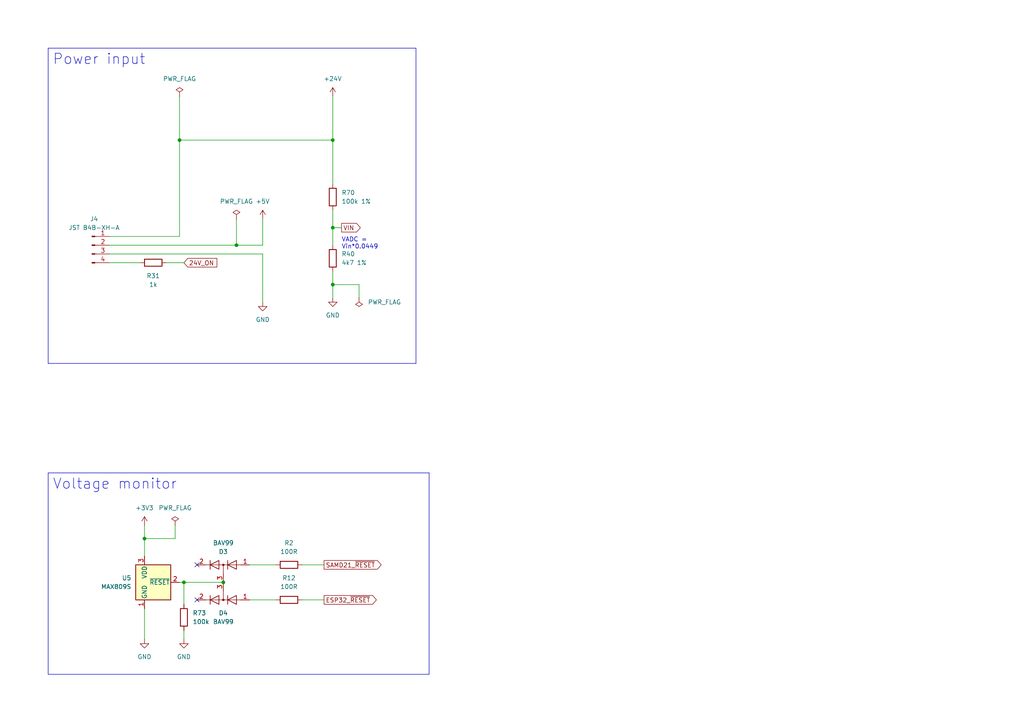
<source format=kicad_sch>
(kicad_sch (version 20230121) (generator eeschema)

  (uuid 851f3d61-ba3b-4e6e-abd4-cafa4d9b64cb)

  (paper "A4")

  (title_block
    (title "IoT12 Control Board")
    (date "2022-12-20")
    (rev "V2.2")
    (company "https://github.com/atoomnetmarc/IoT12")
  )

  (lib_symbols
    (symbol "Connector:Conn_01x04_Pin" (pin_names (offset 1.016) hide) (in_bom yes) (on_board yes)
      (property "Reference" "J" (at 0 5.08 0)
        (effects (font (size 1.27 1.27)))
      )
      (property "Value" "Conn_01x04_Pin" (at 0 -7.62 0)
        (effects (font (size 1.27 1.27)))
      )
      (property "Footprint" "" (at 0 0 0)
        (effects (font (size 1.27 1.27)) hide)
      )
      (property "Datasheet" "~" (at 0 0 0)
        (effects (font (size 1.27 1.27)) hide)
      )
      (property "ki_locked" "" (at 0 0 0)
        (effects (font (size 1.27 1.27)))
      )
      (property "ki_keywords" "connector" (at 0 0 0)
        (effects (font (size 1.27 1.27)) hide)
      )
      (property "ki_description" "Generic connector, single row, 01x04, script generated" (at 0 0 0)
        (effects (font (size 1.27 1.27)) hide)
      )
      (property "ki_fp_filters" "Connector*:*_1x??_*" (at 0 0 0)
        (effects (font (size 1.27 1.27)) hide)
      )
      (symbol "Conn_01x04_Pin_1_1"
        (polyline
          (pts
            (xy 1.27 -5.08)
            (xy 0.8636 -5.08)
          )
          (stroke (width 0.1524) (type default))
          (fill (type none))
        )
        (polyline
          (pts
            (xy 1.27 -2.54)
            (xy 0.8636 -2.54)
          )
          (stroke (width 0.1524) (type default))
          (fill (type none))
        )
        (polyline
          (pts
            (xy 1.27 0)
            (xy 0.8636 0)
          )
          (stroke (width 0.1524) (type default))
          (fill (type none))
        )
        (polyline
          (pts
            (xy 1.27 2.54)
            (xy 0.8636 2.54)
          )
          (stroke (width 0.1524) (type default))
          (fill (type none))
        )
        (rectangle (start 0.8636 -4.953) (end 0 -5.207)
          (stroke (width 0.1524) (type default))
          (fill (type outline))
        )
        (rectangle (start 0.8636 -2.413) (end 0 -2.667)
          (stroke (width 0.1524) (type default))
          (fill (type outline))
        )
        (rectangle (start 0.8636 0.127) (end 0 -0.127)
          (stroke (width 0.1524) (type default))
          (fill (type outline))
        )
        (rectangle (start 0.8636 2.667) (end 0 2.413)
          (stroke (width 0.1524) (type default))
          (fill (type outline))
        )
        (pin passive line (at 5.08 2.54 180) (length 3.81)
          (name "Pin_1" (effects (font (size 1.27 1.27))))
          (number "1" (effects (font (size 1.27 1.27))))
        )
        (pin passive line (at 5.08 0 180) (length 3.81)
          (name "Pin_2" (effects (font (size 1.27 1.27))))
          (number "2" (effects (font (size 1.27 1.27))))
        )
        (pin passive line (at 5.08 -2.54 180) (length 3.81)
          (name "Pin_3" (effects (font (size 1.27 1.27))))
          (number "3" (effects (font (size 1.27 1.27))))
        )
        (pin passive line (at 5.08 -5.08 180) (length 3.81)
          (name "Pin_4" (effects (font (size 1.27 1.27))))
          (number "4" (effects (font (size 1.27 1.27))))
        )
      )
    )
    (symbol "Device:R" (pin_numbers hide) (pin_names (offset 0)) (in_bom yes) (on_board yes)
      (property "Reference" "R" (at 2.032 0 90)
        (effects (font (size 1.27 1.27)))
      )
      (property "Value" "R" (at 0 0 90)
        (effects (font (size 1.27 1.27)))
      )
      (property "Footprint" "" (at -1.778 0 90)
        (effects (font (size 1.27 1.27)) hide)
      )
      (property "Datasheet" "~" (at 0 0 0)
        (effects (font (size 1.27 1.27)) hide)
      )
      (property "ki_keywords" "R res resistor" (at 0 0 0)
        (effects (font (size 1.27 1.27)) hide)
      )
      (property "ki_description" "Resistor" (at 0 0 0)
        (effects (font (size 1.27 1.27)) hide)
      )
      (property "ki_fp_filters" "R_*" (at 0 0 0)
        (effects (font (size 1.27 1.27)) hide)
      )
      (symbol "R_0_1"
        (rectangle (start -1.016 -2.54) (end 1.016 2.54)
          (stroke (width 0.254) (type default))
          (fill (type none))
        )
      )
      (symbol "R_1_1"
        (pin passive line (at 0 3.81 270) (length 1.27)
          (name "~" (effects (font (size 1.27 1.27))))
          (number "1" (effects (font (size 1.27 1.27))))
        )
        (pin passive line (at 0 -3.81 90) (length 1.27)
          (name "~" (effects (font (size 1.27 1.27))))
          (number "2" (effects (font (size 1.27 1.27))))
        )
      )
    )
    (symbol "Diode:BAV99" (pin_names hide) (in_bom yes) (on_board yes)
      (property "Reference" "D" (at 0 5.08 0)
        (effects (font (size 1.27 1.27)))
      )
      (property "Value" "BAV99" (at 0 2.54 0)
        (effects (font (size 1.27 1.27)))
      )
      (property "Footprint" "Package_TO_SOT_SMD:SOT-23" (at 0 -12.7 0)
        (effects (font (size 1.27 1.27)) hide)
      )
      (property "Datasheet" "https://assets.nexperia.com/documents/data-sheet/BAV99_SER.pdf" (at 0 0 0)
        (effects (font (size 1.27 1.27)) hide)
      )
      (property "ki_keywords" "diode" (at 0 0 0)
        (effects (font (size 1.27 1.27)) hide)
      )
      (property "ki_description" "BAV99 High-speed switching diodes, SOT-23" (at 0 0 0)
        (effects (font (size 1.27 1.27)) hide)
      )
      (property "ki_fp_filters" "SOT?23*" (at 0 0 0)
        (effects (font (size 1.27 1.27)) hide)
      )
      (symbol "BAV99_0_1"
        (polyline
          (pts
            (xy -5.08 0)
            (xy 5.08 0)
          )
          (stroke (width 0) (type default))
          (fill (type none))
        )
      )
      (symbol "BAV99_1_1"
        (polyline
          (pts
            (xy 0 0)
            (xy 0 -2.54)
          )
          (stroke (width 0) (type default))
          (fill (type none))
        )
        (polyline
          (pts
            (xy -1.27 -1.27)
            (xy -1.27 1.27)
            (xy -1.27 1.27)
          )
          (stroke (width 0.2032) (type default))
          (fill (type none))
        )
        (polyline
          (pts
            (xy 3.81 1.27)
            (xy 3.81 -1.27)
            (xy 3.81 -1.27)
          )
          (stroke (width 0.2032) (type default))
          (fill (type none))
        )
        (polyline
          (pts
            (xy -3.81 1.27)
            (xy -1.27 0)
            (xy -3.81 -1.27)
            (xy -3.81 1.27)
            (xy -3.81 1.27)
            (xy -3.81 1.27)
          )
          (stroke (width 0.2032) (type default))
          (fill (type none))
        )
        (polyline
          (pts
            (xy 1.27 1.27)
            (xy 3.81 0)
            (xy 1.27 -1.27)
            (xy 1.27 1.27)
            (xy 1.27 1.27)
            (xy 1.27 1.27)
          )
          (stroke (width 0.2032) (type default))
          (fill (type none))
        )
        (circle (center 0 0) (radius 0.254)
          (stroke (width 0) (type default))
          (fill (type outline))
        )
        (pin passive line (at -7.62 0 0) (length 2.54)
          (name "K" (effects (font (size 1.27 1.27))))
          (number "1" (effects (font (size 1.27 1.27))))
        )
        (pin passive line (at 7.62 0 180) (length 2.54)
          (name "A" (effects (font (size 1.27 1.27))))
          (number "2" (effects (font (size 1.27 1.27))))
        )
        (pin passive line (at 0 -5.08 90) (length 2.54)
          (name "K" (effects (font (size 1.27 1.27))))
          (number "3" (effects (font (size 1.27 1.27))))
        )
      )
    )
    (symbol "Power_Supervisor:TPS3839DBZ" (pin_names (offset 0.254)) (in_bom yes) (on_board yes)
      (property "Reference" "U" (at 2.54 8.89 0)
        (effects (font (size 1.27 1.27)) (justify left))
      )
      (property "Value" "TPS3839DBZ" (at 2.54 6.35 0)
        (effects (font (size 1.27 1.27)) (justify left))
      )
      (property "Footprint" "Package_TO_SOT_SMD:SOT-23" (at 0 0 0)
        (effects (font (size 1.27 1.27)) hide)
      )
      (property "Datasheet" "http://www.ti.com/lit/ds/sbvs193d/sbvs193d.pdf" (at 0 0 0)
        (effects (font (size 1.27 1.27)) hide)
      )
      (property "ki_keywords" "supply voltage supervisor" (at 0 0 0)
        (effects (font (size 1.27 1.27)) hide)
      )
      (property "ki_description" "150-nA, Ultralow Power, Supply Voltage Monitor, SOT-23" (at 0 0 0)
        (effects (font (size 1.27 1.27)) hide)
      )
      (property "ki_fp_filters" "SOT?23*" (at 0 0 0)
        (effects (font (size 1.27 1.27)) hide)
      )
      (symbol "TPS3839DBZ_0_1"
        (rectangle (start -2.54 5.08) (end 7.62 -5.08)
          (stroke (width 0.254) (type default))
          (fill (type background))
        )
      )
      (symbol "TPS3839DBZ_1_1"
        (pin power_in line (at 0 -7.62 90) (length 2.54)
          (name "GND" (effects (font (size 1.27 1.27))))
          (number "1" (effects (font (size 1.27 1.27))))
        )
        (pin output line (at 10.16 0 180) (length 2.54)
          (name "~{RESET}" (effects (font (size 1.27 1.27))))
          (number "2" (effects (font (size 1.27 1.27))))
        )
        (pin power_in line (at 0 7.62 270) (length 2.54)
          (name "VDD" (effects (font (size 1.27 1.27))))
          (number "3" (effects (font (size 1.27 1.27))))
        )
      )
    )
    (symbol "power:+24V" (power) (pin_names (offset 0)) (in_bom yes) (on_board yes)
      (property "Reference" "#PWR" (at 0 -3.81 0)
        (effects (font (size 1.27 1.27)) hide)
      )
      (property "Value" "+24V" (at 0 3.556 0)
        (effects (font (size 1.27 1.27)))
      )
      (property "Footprint" "" (at 0 0 0)
        (effects (font (size 1.27 1.27)) hide)
      )
      (property "Datasheet" "" (at 0 0 0)
        (effects (font (size 1.27 1.27)) hide)
      )
      (property "ki_keywords" "global power" (at 0 0 0)
        (effects (font (size 1.27 1.27)) hide)
      )
      (property "ki_description" "Power symbol creates a global label with name \"+24V\"" (at 0 0 0)
        (effects (font (size 1.27 1.27)) hide)
      )
      (symbol "+24V_0_1"
        (polyline
          (pts
            (xy -0.762 1.27)
            (xy 0 2.54)
          )
          (stroke (width 0) (type default))
          (fill (type none))
        )
        (polyline
          (pts
            (xy 0 0)
            (xy 0 2.54)
          )
          (stroke (width 0) (type default))
          (fill (type none))
        )
        (polyline
          (pts
            (xy 0 2.54)
            (xy 0.762 1.27)
          )
          (stroke (width 0) (type default))
          (fill (type none))
        )
      )
      (symbol "+24V_1_1"
        (pin power_in line (at 0 0 90) (length 0) hide
          (name "+24V" (effects (font (size 1.27 1.27))))
          (number "1" (effects (font (size 1.27 1.27))))
        )
      )
    )
    (symbol "power:+3V3" (power) (pin_names (offset 0)) (in_bom yes) (on_board yes)
      (property "Reference" "#PWR" (at 0 -3.81 0)
        (effects (font (size 1.27 1.27)) hide)
      )
      (property "Value" "+3V3" (at 0 3.556 0)
        (effects (font (size 1.27 1.27)))
      )
      (property "Footprint" "" (at 0 0 0)
        (effects (font (size 1.27 1.27)) hide)
      )
      (property "Datasheet" "" (at 0 0 0)
        (effects (font (size 1.27 1.27)) hide)
      )
      (property "ki_keywords" "global power" (at 0 0 0)
        (effects (font (size 1.27 1.27)) hide)
      )
      (property "ki_description" "Power symbol creates a global label with name \"+3V3\"" (at 0 0 0)
        (effects (font (size 1.27 1.27)) hide)
      )
      (symbol "+3V3_0_1"
        (polyline
          (pts
            (xy -0.762 1.27)
            (xy 0 2.54)
          )
          (stroke (width 0) (type default))
          (fill (type none))
        )
        (polyline
          (pts
            (xy 0 0)
            (xy 0 2.54)
          )
          (stroke (width 0) (type default))
          (fill (type none))
        )
        (polyline
          (pts
            (xy 0 2.54)
            (xy 0.762 1.27)
          )
          (stroke (width 0) (type default))
          (fill (type none))
        )
      )
      (symbol "+3V3_1_1"
        (pin power_in line (at 0 0 90) (length 0) hide
          (name "+3V3" (effects (font (size 1.27 1.27))))
          (number "1" (effects (font (size 1.27 1.27))))
        )
      )
    )
    (symbol "power:+5V" (power) (pin_names (offset 0)) (in_bom yes) (on_board yes)
      (property "Reference" "#PWR" (at 0 -3.81 0)
        (effects (font (size 1.27 1.27)) hide)
      )
      (property "Value" "+5V" (at 0 3.556 0)
        (effects (font (size 1.27 1.27)))
      )
      (property "Footprint" "" (at 0 0 0)
        (effects (font (size 1.27 1.27)) hide)
      )
      (property "Datasheet" "" (at 0 0 0)
        (effects (font (size 1.27 1.27)) hide)
      )
      (property "ki_keywords" "global power" (at 0 0 0)
        (effects (font (size 1.27 1.27)) hide)
      )
      (property "ki_description" "Power symbol creates a global label with name \"+5V\"" (at 0 0 0)
        (effects (font (size 1.27 1.27)) hide)
      )
      (symbol "+5V_0_1"
        (polyline
          (pts
            (xy -0.762 1.27)
            (xy 0 2.54)
          )
          (stroke (width 0) (type default))
          (fill (type none))
        )
        (polyline
          (pts
            (xy 0 0)
            (xy 0 2.54)
          )
          (stroke (width 0) (type default))
          (fill (type none))
        )
        (polyline
          (pts
            (xy 0 2.54)
            (xy 0.762 1.27)
          )
          (stroke (width 0) (type default))
          (fill (type none))
        )
      )
      (symbol "+5V_1_1"
        (pin power_in line (at 0 0 90) (length 0) hide
          (name "+5V" (effects (font (size 1.27 1.27))))
          (number "1" (effects (font (size 1.27 1.27))))
        )
      )
    )
    (symbol "power:GND" (power) (pin_names (offset 0)) (in_bom yes) (on_board yes)
      (property "Reference" "#PWR" (at 0 -6.35 0)
        (effects (font (size 1.27 1.27)) hide)
      )
      (property "Value" "GND" (at 0 -3.81 0)
        (effects (font (size 1.27 1.27)))
      )
      (property "Footprint" "" (at 0 0 0)
        (effects (font (size 1.27 1.27)) hide)
      )
      (property "Datasheet" "" (at 0 0 0)
        (effects (font (size 1.27 1.27)) hide)
      )
      (property "ki_keywords" "global power" (at 0 0 0)
        (effects (font (size 1.27 1.27)) hide)
      )
      (property "ki_description" "Power symbol creates a global label with name \"GND\" , ground" (at 0 0 0)
        (effects (font (size 1.27 1.27)) hide)
      )
      (symbol "GND_0_1"
        (polyline
          (pts
            (xy 0 0)
            (xy 0 -1.27)
            (xy 1.27 -1.27)
            (xy 0 -2.54)
            (xy -1.27 -1.27)
            (xy 0 -1.27)
          )
          (stroke (width 0) (type default))
          (fill (type none))
        )
      )
      (symbol "GND_1_1"
        (pin power_in line (at 0 0 270) (length 0) hide
          (name "GND" (effects (font (size 1.27 1.27))))
          (number "1" (effects (font (size 1.27 1.27))))
        )
      )
    )
    (symbol "power:PWR_FLAG" (power) (pin_numbers hide) (pin_names (offset 0) hide) (in_bom yes) (on_board yes)
      (property "Reference" "#FLG" (at 0 1.905 0)
        (effects (font (size 1.27 1.27)) hide)
      )
      (property "Value" "PWR_FLAG" (at 0 3.81 0)
        (effects (font (size 1.27 1.27)))
      )
      (property "Footprint" "" (at 0 0 0)
        (effects (font (size 1.27 1.27)) hide)
      )
      (property "Datasheet" "~" (at 0 0 0)
        (effects (font (size 1.27 1.27)) hide)
      )
      (property "ki_keywords" "flag power" (at 0 0 0)
        (effects (font (size 1.27 1.27)) hide)
      )
      (property "ki_description" "Special symbol for telling ERC where power comes from" (at 0 0 0)
        (effects (font (size 1.27 1.27)) hide)
      )
      (symbol "PWR_FLAG_0_0"
        (pin power_out line (at 0 0 90) (length 0)
          (name "pwr" (effects (font (size 1.27 1.27))))
          (number "1" (effects (font (size 1.27 1.27))))
        )
      )
      (symbol "PWR_FLAG_0_1"
        (polyline
          (pts
            (xy 0 0)
            (xy 0 1.27)
            (xy -1.016 1.905)
            (xy 0 2.54)
            (xy 1.016 1.905)
            (xy 0 1.27)
          )
          (stroke (width 0) (type default))
          (fill (type none))
        )
      )
    )
  )

  (junction (at 96.52 40.64) (diameter 0) (color 0 0 0 0)
    (uuid 0efa186a-18c4-490d-b220-21e09fb86ddb)
  )
  (junction (at 96.52 66.04) (diameter 0) (color 0 0 0 0)
    (uuid 2a1f369e-a9c4-42de-b367-991890810946)
  )
  (junction (at 68.58 71.12) (diameter 0) (color 0 0 0 0)
    (uuid 70f891b4-40d1-4b00-824b-8e6974f027dc)
  )
  (junction (at 41.91 156.21) (diameter 0) (color 0 0 0 0)
    (uuid 80c7fdaf-c9dc-486b-9d48-b9c1d350ba2b)
  )
  (junction (at 96.52 82.55) (diameter 0) (color 0 0 0 0)
    (uuid 8d8843c0-37d1-439c-b639-eb6353f649b9)
  )
  (junction (at 64.77 168.91) (diameter 0) (color 0 0 0 0)
    (uuid 8e4689d8-92d0-4412-bd9b-ffd45b42131f)
  )
  (junction (at 53.34 168.91) (diameter 0) (color 0 0 0 0)
    (uuid 9640e044-e4b2-4c33-9e1c-1d9894a69337)
  )
  (junction (at 52.07 40.64) (diameter 0) (color 0 0 0 0)
    (uuid e94eb3a9-2c30-43a1-a97a-d387d0cb8fac)
  )

  (no_connect (at 57.15 163.83) (uuid 05f07a72-23d4-4d37-9c6f-6719eaadc895))
  (no_connect (at 57.15 173.99) (uuid 44b926bf-8bdd-4191-846d-2dfabab2cecb))

  (wire (pts (xy 48.26 76.2) (xy 53.34 76.2))
    (stroke (width 0) (type default))
    (uuid 03b0f40d-f462-4a54-9a86-cd06e2cf1151)
  )
  (wire (pts (xy 52.07 40.64) (xy 52.07 68.58))
    (stroke (width 0) (type default))
    (uuid 0a3ee96a-ebd8-4bd2-afcf-4ac9efad940b)
  )
  (wire (pts (xy 72.39 163.83) (xy 80.01 163.83))
    (stroke (width 0) (type default))
    (uuid 1369e8e3-1ab4-4a17-9162-75232c604992)
  )
  (wire (pts (xy 96.52 66.04) (xy 96.52 71.12))
    (stroke (width 0) (type default))
    (uuid 1dddae7b-714b-4ae3-8646-23717d4b03eb)
  )
  (wire (pts (xy 31.75 76.2) (xy 40.64 76.2))
    (stroke (width 0) (type default))
    (uuid 2317298f-aafa-4051-b623-88c24ae1ad33)
  )
  (wire (pts (xy 104.14 82.55) (xy 96.52 82.55))
    (stroke (width 0) (type default))
    (uuid 30609624-6510-44b0-9f7e-096ff26c6986)
  )
  (wire (pts (xy 53.34 168.91) (xy 52.07 168.91))
    (stroke (width 0) (type default))
    (uuid 3335d379-08d8-4469-9fa1-495ed5a43fba)
  )
  (wire (pts (xy 76.2 73.66) (xy 76.2 87.63))
    (stroke (width 0) (type default))
    (uuid 39b8f9cb-d0da-4bd9-a7c5-c162e3fc4aa3)
  )
  (wire (pts (xy 96.52 78.74) (xy 96.52 82.55))
    (stroke (width 0) (type default))
    (uuid 426ba285-bec8-476a-bd68-9720b94f0258)
  )
  (polyline (pts (xy 124.46 195.58) (xy 124.46 137.16))
    (stroke (width 0) (type default))
    (uuid 49488c82-6277-4d05-a051-6a9df142c373)
  )

  (wire (pts (xy 96.52 66.04) (xy 99.06 66.04))
    (stroke (width 0) (type default))
    (uuid 4f347f1c-8f35-4dcc-9dff-8043f77a2bab)
  )
  (wire (pts (xy 41.91 176.53) (xy 41.91 185.42))
    (stroke (width 0) (type default))
    (uuid 58126faf-01a4-4f91-8e8c-ca9e47b48048)
  )
  (wire (pts (xy 31.75 73.66) (xy 76.2 73.66))
    (stroke (width 0) (type default))
    (uuid 5a3311cc-fb71-40b0-a0eb-3b6486291cef)
  )
  (wire (pts (xy 87.63 173.99) (xy 93.98 173.99))
    (stroke (width 0) (type default))
    (uuid 5eb16f0d-ef1e-4549-97a1-19cd06ad7236)
  )
  (wire (pts (xy 52.07 27.94) (xy 52.07 40.64))
    (stroke (width 0) (type default))
    (uuid 6120ca46-f71a-4890-a251-9680effe6709)
  )
  (wire (pts (xy 96.52 53.34) (xy 96.52 40.64))
    (stroke (width 0) (type default))
    (uuid 64f0477e-f93c-4509-91d0-032f56510d61)
  )
  (polyline (pts (xy 120.65 13.97) (xy 120.65 105.41))
    (stroke (width 0) (type default))
    (uuid 6cde5e61-1b91-4761-a618-0e03a6e61cf9)
  )

  (wire (pts (xy 68.58 63.5) (xy 68.58 71.12))
    (stroke (width 0) (type default))
    (uuid 7afaf672-b300-470a-906c-9e26c31076ca)
  )
  (polyline (pts (xy 13.97 13.97) (xy 120.65 13.97))
    (stroke (width 0) (type default))
    (uuid 8fe79a53-bc25-409b-953d-86203d7801ef)
  )

  (wire (pts (xy 41.91 152.4) (xy 41.91 156.21))
    (stroke (width 0) (type default))
    (uuid 97cfe585-6c05-46cf-b1c5-e19f33bf0e00)
  )
  (wire (pts (xy 41.91 156.21) (xy 41.91 161.29))
    (stroke (width 0) (type default))
    (uuid 98365b59-16bf-479c-9b02-d3bfada32ca5)
  )
  (polyline (pts (xy 13.97 137.16) (xy 13.97 195.58))
    (stroke (width 0) (type default))
    (uuid 9cacb6ad-6bbf-4ffe-b0a4-2df24045e046)
  )

  (wire (pts (xy 64.77 168.91) (xy 53.34 168.91))
    (stroke (width 0) (type default))
    (uuid 9e136ac4-5d28-4814-9ebf-c30c372bc2ec)
  )
  (wire (pts (xy 52.07 68.58) (xy 31.75 68.58))
    (stroke (width 0) (type default))
    (uuid aa5d8d42-b72f-4c65-9a6f-3e58b57ae109)
  )
  (wire (pts (xy 31.75 71.12) (xy 68.58 71.12))
    (stroke (width 0) (type default))
    (uuid ab875428-0770-4b16-a74e-96eee0cbc9d6)
  )
  (wire (pts (xy 96.52 40.64) (xy 96.52 27.94))
    (stroke (width 0) (type default))
    (uuid af28cd44-a9fe-4e76-aec0-3e06cdfd1d40)
  )
  (wire (pts (xy 87.63 163.83) (xy 93.98 163.83))
    (stroke (width 0) (type default))
    (uuid b1d2f53e-f685-4c9f-9e8c-ff06211f9819)
  )
  (polyline (pts (xy 13.97 195.58) (xy 124.46 195.58))
    (stroke (width 0) (type default))
    (uuid be5a7017-fe9d-43ea-9a6a-8fe8deb78420)
  )
  (polyline (pts (xy 124.46 137.16) (xy 13.97 137.16))
    (stroke (width 0) (type default))
    (uuid c20aea50-e9e4-4978-b938-d613d445aab7)
  )

  (wire (pts (xy 72.39 173.99) (xy 80.01 173.99))
    (stroke (width 0) (type default))
    (uuid c3a69550-c4fa-45d1-9aba-0bba47699cca)
  )
  (wire (pts (xy 52.07 40.64) (xy 96.52 40.64))
    (stroke (width 0) (type default))
    (uuid c4bd18a7-ae1a-4b42-843c-6c7352968c5e)
  )
  (wire (pts (xy 68.58 71.12) (xy 76.2 71.12))
    (stroke (width 0) (type default))
    (uuid d513e4f1-59f0-435c-b58a-35c60f5896fb)
  )
  (wire (pts (xy 96.52 82.55) (xy 96.52 86.36))
    (stroke (width 0) (type default))
    (uuid d86e8e86-20ca-4885-bfdb-9f48608180a1)
  )
  (wire (pts (xy 53.34 182.88) (xy 53.34 185.42))
    (stroke (width 0) (type default))
    (uuid e0b0947e-ec91-4d8a-8663-5a112b0a8541)
  )
  (wire (pts (xy 76.2 71.12) (xy 76.2 63.5))
    (stroke (width 0) (type default))
    (uuid e12faddc-3098-43be-97c1-7e93fef59389)
  )
  (wire (pts (xy 104.14 86.36) (xy 104.14 82.55))
    (stroke (width 0) (type default))
    (uuid e9fced6c-d7b0-4b73-8889-2c6dfa14b4e8)
  )
  (wire (pts (xy 96.52 60.96) (xy 96.52 66.04))
    (stroke (width 0) (type default))
    (uuid eaecd55c-6ecc-44a8-b4b2-2e02745a32a5)
  )
  (wire (pts (xy 50.8 156.21) (xy 41.91 156.21))
    (stroke (width 0) (type default))
    (uuid eb32eb1a-f72a-4120-84f5-f20313f666c1)
  )
  (polyline (pts (xy 120.65 105.41) (xy 13.97 105.41))
    (stroke (width 0) (type default))
    (uuid f26ced0d-27ca-4e56-9ef2-a0889337fe3f)
  )

  (wire (pts (xy 50.8 152.4) (xy 50.8 156.21))
    (stroke (width 0) (type default))
    (uuid fac9f93c-ff99-4729-bfcf-724c1fd25c80)
  )
  (polyline (pts (xy 13.97 13.97) (xy 13.97 105.41))
    (stroke (width 0) (type default))
    (uuid fc685eae-0b72-443b-87f1-7cc3d944ee81)
  )

  (wire (pts (xy 53.34 175.26) (xy 53.34 168.91))
    (stroke (width 0) (type default))
    (uuid fd29cce5-2d5d-4676-956a-df49a3c13d23)
  )

  (text "Power input" (at 15.24 19.05 0)
    (effects (font (size 2.9972 2.9972)) (justify left bottom))
    (uuid 22ad7648-ffc6-4b99-b65d-ae2ca3bb8229)
  )
  (text "VADC = \nVin*0.0449" (at 99.06 72.39 0)
    (effects (font (size 1.27 1.27)) (justify left bottom))
    (uuid 2e836a36-9297-4de8-800a-68f8c0cd3d32)
  )
  (text "Voltage monitor" (at 15.24 142.24 0)
    (effects (font (size 2.9972 2.9972)) (justify left bottom))
    (uuid e0d7c1d9-102e-4758-a8b7-ff248f1ce315)
  )

  (global_label "24V_ON" (shape input) (at 53.34 76.2 0) (fields_autoplaced)
    (effects (font (size 1.27 1.27)) (justify left))
    (uuid 0ff7c2d7-7d99-458b-b764-9e8a2bce1c61)
    (property "Intersheetrefs" "${INTERSHEET_REFS}" (at 62.8004 76.2794 0)
      (effects (font (size 1.27 1.27)) (justify left) hide)
    )
  )
  (global_label "VIN" (shape output) (at 99.06 66.04 0) (fields_autoplaced)
    (effects (font (size 1.27 1.27)) (justify left))
    (uuid 513b736c-a08d-4e29-b746-3a08237ef273)
    (property "Intersheetrefs" "${INTERSHEET_REFS}" (at 104.408 65.9606 0)
      (effects (font (size 1.27 1.27)) (justify left) hide)
    )
  )
  (global_label "SAMD21_~{RESET}" (shape output) (at 93.98 163.83 0) (fields_autoplaced)
    (effects (font (size 1.27 1.27)) (justify left))
    (uuid 6171f846-6127-4acf-a61a-559c523a1ba1)
    (property "Intersheetrefs" "${INTERSHEET_REFS}" (at 110.4556 163.7506 0)
      (effects (font (size 1.27 1.27)) (justify left) hide)
    )
  )
  (global_label "ESP32_~{RESET}" (shape output) (at 93.98 173.99 0) (fields_autoplaced)
    (effects (font (size 1.27 1.27)) (justify left))
    (uuid b7b00984-6ab1-482e-b4b4-67cac44d44da)
    (property "Intersheetrefs" "${INTERSHEET_REFS}" (at 0 40.64 0)
      (effects (font (size 1.27 1.27)) hide)
    )
  )

  (symbol (lib_id "Power_Supervisor:TPS3839DBZ") (at 41.91 168.91 0) (unit 1)
    (in_bom yes) (on_board yes) (dnp no) (fields_autoplaced)
    (uuid 00000000-0000-0000-0000-0000604fcb6b)
    (property "Reference" "U5" (at 38.1 167.6399 0)
      (effects (font (size 1.27 1.27)) (justify right))
    )
    (property "Value" "MAX809S" (at 38.1 170.1799 0)
      (effects (font (size 1.27 1.27)) (justify right))
    )
    (property "Footprint" "Package_TO_SOT_SMD:SOT-23" (at 41.91 168.91 0)
      (effects (font (size 1.27 1.27)) hide)
    )
    (property "Datasheet" "http://www.ti.com/lit/ds/sbvs193d/sbvs193d.pdf" (at 41.91 168.91 0)
      (effects (font (size 1.27 1.27)) hide)
    )
    (pin "1" (uuid 302f6f94-7bf5-4a0a-a061-cffbe65f1027))
    (pin "2" (uuid c7fbc4fe-8e8e-4dd8-a987-4ac5de7f158c))
    (pin "3" (uuid 497593ab-5a2a-4fc0-8b5c-8f517fde3dc0))
    (instances
      (project "IoT12 Control Board"
        (path "/2454fd1b-3484-4838-8b7e-d26357238fe1/00000000-0000-0000-0000-0000604268ee"
          (reference "U5") (unit 1)
        )
      )
    )
  )

  (symbol (lib_id "Diode:BAV99") (at 64.77 173.99 180) (unit 1)
    (in_bom yes) (on_board yes) (dnp no) (fields_autoplaced)
    (uuid 00000000-0000-0000-0000-0000604fd0fa)
    (property "Reference" "D4" (at 64.77 177.8 0)
      (effects (font (size 1.27 1.27)))
    )
    (property "Value" "BAV99" (at 64.77 180.34 0)
      (effects (font (size 1.27 1.27)))
    )
    (property "Footprint" "Package_TO_SOT_SMD:SOT-23" (at 64.77 161.29 0)
      (effects (font (size 1.27 1.27)) hide)
    )
    (property "Datasheet" "https://assets.nexperia.com/documents/data-sheet/BAV99_SER.pdf" (at 64.77 173.99 0)
      (effects (font (size 1.27 1.27)) hide)
    )
    (pin "1" (uuid 9527c031-1b4e-4a4a-a281-8936aa9d3984))
    (pin "2" (uuid 89476a74-c98e-48d0-a876-a931b83ff565))
    (pin "3" (uuid 583b9cb8-cce7-45b2-8ead-32bc31205739))
    (instances
      (project "IoT12 Control Board"
        (path "/2454fd1b-3484-4838-8b7e-d26357238fe1/00000000-0000-0000-0000-0000604268ee"
          (reference "D4") (unit 1)
        )
      )
    )
  )

  (symbol (lib_id "power:GND") (at 41.91 185.42 0) (unit 1)
    (in_bom yes) (on_board yes) (dnp no) (fields_autoplaced)
    (uuid 00000000-0000-0000-0000-000060501446)
    (property "Reference" "#PWR0136" (at 41.91 191.77 0)
      (effects (font (size 1.27 1.27)) hide)
    )
    (property "Value" "GND" (at 41.91 190.5 0)
      (effects (font (size 1.27 1.27)))
    )
    (property "Footprint" "" (at 41.91 185.42 0)
      (effects (font (size 1.27 1.27)) hide)
    )
    (property "Datasheet" "" (at 41.91 185.42 0)
      (effects (font (size 1.27 1.27)) hide)
    )
    (pin "1" (uuid 03ea970f-9dff-4d19-943d-4f48fc8e1a0c))
    (instances
      (project "IoT12 Control Board"
        (path "/2454fd1b-3484-4838-8b7e-d26357238fe1/00000000-0000-0000-0000-0000604268ee"
          (reference "#PWR0136") (unit 1)
        )
      )
    )
  )

  (symbol (lib_id "power:+3V3") (at 41.91 152.4 0) (unit 1)
    (in_bom yes) (on_board yes) (dnp no) (fields_autoplaced)
    (uuid 00000000-0000-0000-0000-000060501a96)
    (property "Reference" "#PWR0179" (at 41.91 156.21 0)
      (effects (font (size 1.27 1.27)) hide)
    )
    (property "Value" "+3V3" (at 41.91 147.32 0)
      (effects (font (size 1.27 1.27)))
    )
    (property "Footprint" "" (at 41.91 152.4 0)
      (effects (font (size 1.27 1.27)) hide)
    )
    (property "Datasheet" "" (at 41.91 152.4 0)
      (effects (font (size 1.27 1.27)) hide)
    )
    (pin "1" (uuid 98a5bea2-efd1-4444-a7f9-415e83ecff89))
    (instances
      (project "IoT12 Control Board"
        (path "/2454fd1b-3484-4838-8b7e-d26357238fe1/00000000-0000-0000-0000-0000604268ee"
          (reference "#PWR0179") (unit 1)
        )
      )
    )
  )

  (symbol (lib_id "Device:R") (at 83.82 173.99 90) (unit 1)
    (in_bom yes) (on_board yes) (dnp no) (fields_autoplaced)
    (uuid 00000000-0000-0000-0000-000060506a5d)
    (property "Reference" "R12" (at 83.82 167.64 90)
      (effects (font (size 1.27 1.27)))
    )
    (property "Value" "100R" (at 83.82 170.18 90)
      (effects (font (size 1.27 1.27)))
    )
    (property "Footprint" "Resistor_SMD:R_0805_2012Metric_Pad1.20x1.40mm_HandSolder" (at 83.82 175.768 90)
      (effects (font (size 1.27 1.27)) hide)
    )
    (property "Datasheet" "~" (at 83.82 173.99 0)
      (effects (font (size 1.27 1.27)) hide)
    )
    (pin "1" (uuid e8135017-3081-4970-b7e3-5fa3aa32cf6c))
    (pin "2" (uuid ec72fd9f-79bb-4182-9ff6-dd03487af385))
    (instances
      (project "IoT12 Control Board"
        (path "/2454fd1b-3484-4838-8b7e-d26357238fe1/00000000-0000-0000-0000-0000604268ee"
          (reference "R12") (unit 1)
        )
      )
    )
  )

  (symbol (lib_id "Device:R") (at 53.34 179.07 0) (unit 1)
    (in_bom yes) (on_board yes) (dnp no) (fields_autoplaced)
    (uuid 00000000-0000-0000-0000-00006071d566)
    (property "Reference" "R73" (at 55.88 177.7999 0)
      (effects (font (size 1.27 1.27)) (justify left))
    )
    (property "Value" "100k" (at 55.88 180.3399 0)
      (effects (font (size 1.27 1.27)) (justify left))
    )
    (property "Footprint" "Resistor_SMD:R_0805_2012Metric_Pad1.20x1.40mm_HandSolder" (at 51.562 179.07 90)
      (effects (font (size 1.27 1.27)) hide)
    )
    (property "Datasheet" "~" (at 53.34 179.07 0)
      (effects (font (size 1.27 1.27)) hide)
    )
    (pin "1" (uuid 0c326a0e-1baf-4ba7-9fc1-2a71c6b3e5cf))
    (pin "2" (uuid 38dfcd20-470d-4ce3-b89e-db851e285e08))
    (instances
      (project "IoT12 Control Board"
        (path "/2454fd1b-3484-4838-8b7e-d26357238fe1/00000000-0000-0000-0000-0000604268ee"
          (reference "R73") (unit 1)
        )
      )
    )
  )

  (symbol (lib_id "power:GND") (at 53.34 185.42 0) (unit 1)
    (in_bom yes) (on_board yes) (dnp no) (fields_autoplaced)
    (uuid 00000000-0000-0000-0000-00006071e102)
    (property "Reference" "#PWR0180" (at 53.34 191.77 0)
      (effects (font (size 1.27 1.27)) hide)
    )
    (property "Value" "GND" (at 53.34 190.5 0)
      (effects (font (size 1.27 1.27)))
    )
    (property "Footprint" "" (at 53.34 185.42 0)
      (effects (font (size 1.27 1.27)) hide)
    )
    (property "Datasheet" "" (at 53.34 185.42 0)
      (effects (font (size 1.27 1.27)) hide)
    )
    (pin "1" (uuid 039b42e4-fdee-4354-8e28-83dd46437176))
    (instances
      (project "IoT12 Control Board"
        (path "/2454fd1b-3484-4838-8b7e-d26357238fe1/00000000-0000-0000-0000-0000604268ee"
          (reference "#PWR0180") (unit 1)
        )
      )
    )
  )

  (symbol (lib_id "Device:R") (at 44.45 76.2 270) (unit 1)
    (in_bom yes) (on_board yes) (dnp no) (fields_autoplaced)
    (uuid 1bb5fe3c-0fb2-469a-9cfd-2a8367ddefc3)
    (property "Reference" "R31" (at 44.45 80.01 90)
      (effects (font (size 1.27 1.27)))
    )
    (property "Value" "1k" (at 44.45 82.55 90)
      (effects (font (size 1.27 1.27)))
    )
    (property "Footprint" "Resistor_SMD:R_0805_2012Metric_Pad1.20x1.40mm_HandSolder" (at 44.45 74.422 90)
      (effects (font (size 1.27 1.27)) hide)
    )
    (property "Datasheet" "~" (at 44.45 76.2 0)
      (effects (font (size 1.27 1.27)) hide)
    )
    (pin "1" (uuid 8ae33e96-980a-4440-8b1f-7595d6d734e7))
    (pin "2" (uuid 5f888482-28e1-427b-8b31-bc4e6c3aaa74))
    (instances
      (project "IoT12 Control Board"
        (path "/2454fd1b-3484-4838-8b7e-d26357238fe1/00000000-0000-0000-0000-0000604268ee"
          (reference "R31") (unit 1)
        )
      )
    )
  )

  (symbol (lib_id "power:GND") (at 96.52 86.36 0) (unit 1)
    (in_bom yes) (on_board yes) (dnp no) (fields_autoplaced)
    (uuid 2bc5a0f3-c370-4f02-9b39-6f097d1abd9d)
    (property "Reference" "#PWR0118" (at 96.52 92.71 0)
      (effects (font (size 1.27 1.27)) hide)
    )
    (property "Value" "GND" (at 96.52 91.44 0)
      (effects (font (size 1.27 1.27)))
    )
    (property "Footprint" "" (at 96.52 86.36 0)
      (effects (font (size 1.27 1.27)) hide)
    )
    (property "Datasheet" "" (at 96.52 86.36 0)
      (effects (font (size 1.27 1.27)) hide)
    )
    (pin "1" (uuid 2215eb4c-2682-437c-af9c-35444f866411))
    (instances
      (project "IoT12 Control Board"
        (path "/2454fd1b-3484-4838-8b7e-d26357238fe1/00000000-0000-0000-0000-0000604268ee"
          (reference "#PWR0118") (unit 1)
        )
      )
    )
  )

  (symbol (lib_id "Device:R") (at 96.52 74.93 180) (unit 1)
    (in_bom yes) (on_board yes) (dnp no) (fields_autoplaced)
    (uuid 33b82e2d-178b-4ab0-9971-3769cf850427)
    (property "Reference" "R40" (at 99.06 73.6599 0)
      (effects (font (size 1.27 1.27)) (justify right))
    )
    (property "Value" "4k7 1%" (at 99.06 76.1999 0)
      (effects (font (size 1.27 1.27)) (justify right))
    )
    (property "Footprint" "Resistor_SMD:R_0805_2012Metric_Pad1.20x1.40mm_HandSolder" (at 98.298 74.93 90)
      (effects (font (size 1.27 1.27)) hide)
    )
    (property "Datasheet" "~" (at 96.52 74.93 0)
      (effects (font (size 1.27 1.27)) hide)
    )
    (pin "1" (uuid 954617dd-9dd4-4dd2-aeb8-5018879fce75))
    (pin "2" (uuid be5a520b-434e-4a7f-9a7b-1f5c7c286ae3))
    (instances
      (project "IoT12 Control Board"
        (path "/2454fd1b-3484-4838-8b7e-d26357238fe1/00000000-0000-0000-0000-0000604268ee"
          (reference "R40") (unit 1)
        )
      )
    )
  )

  (symbol (lib_id "Device:R") (at 96.52 57.15 180) (unit 1)
    (in_bom yes) (on_board yes) (dnp no) (fields_autoplaced)
    (uuid 4231a31f-d47b-4336-93e4-76519b0f0fba)
    (property "Reference" "R70" (at 99.06 55.8799 0)
      (effects (font (size 1.27 1.27)) (justify right))
    )
    (property "Value" "100k 1%" (at 99.06 58.4199 0)
      (effects (font (size 1.27 1.27)) (justify right))
    )
    (property "Footprint" "Resistor_SMD:R_0805_2012Metric_Pad1.20x1.40mm_HandSolder" (at 98.298 57.15 90)
      (effects (font (size 1.27 1.27)) hide)
    )
    (property "Datasheet" "~" (at 96.52 57.15 0)
      (effects (font (size 1.27 1.27)) hide)
    )
    (pin "1" (uuid 159fafd4-5348-4f4a-bc2c-d6d09394ee73))
    (pin "2" (uuid 8991ef51-e6eb-4852-bdf8-bfed820bdb24))
    (instances
      (project "IoT12 Control Board"
        (path "/2454fd1b-3484-4838-8b7e-d26357238fe1/00000000-0000-0000-0000-0000604268ee"
          (reference "R70") (unit 1)
        )
      )
    )
  )

  (symbol (lib_id "power:PWR_FLAG") (at 52.07 27.94 0) (unit 1)
    (in_bom yes) (on_board yes) (dnp no) (fields_autoplaced)
    (uuid 4fa44df4-3875-402c-bfec-b4d88b8b6638)
    (property "Reference" "#FLG0103" (at 52.07 26.035 0)
      (effects (font (size 1.27 1.27)) hide)
    )
    (property "Value" "PWR_FLAG" (at 52.07 22.86 0)
      (effects (font (size 1.27 1.27)))
    )
    (property "Footprint" "" (at 52.07 27.94 0)
      (effects (font (size 1.27 1.27)) hide)
    )
    (property "Datasheet" "~" (at 52.07 27.94 0)
      (effects (font (size 1.27 1.27)) hide)
    )
    (pin "1" (uuid 65e48935-3fe0-44af-8e6d-795dfb0cff53))
    (instances
      (project "IoT12 Control Board"
        (path "/2454fd1b-3484-4838-8b7e-d26357238fe1/00000000-0000-0000-0000-0000604268ee"
          (reference "#FLG0103") (unit 1)
        )
      )
    )
  )

  (symbol (lib_id "Device:R") (at 83.82 163.83 90) (mirror x) (unit 1)
    (in_bom yes) (on_board yes) (dnp no) (fields_autoplaced)
    (uuid 578c0e15-3040-4d95-97cd-9aa480e8bce7)
    (property "Reference" "R2" (at 83.82 157.48 90)
      (effects (font (size 1.27 1.27)))
    )
    (property "Value" "100R" (at 83.82 160.02 90)
      (effects (font (size 1.27 1.27)))
    )
    (property "Footprint" "Resistor_SMD:R_0805_2012Metric_Pad1.20x1.40mm_HandSolder" (at 83.82 162.052 90)
      (effects (font (size 1.27 1.27)) hide)
    )
    (property "Datasheet" "~" (at 83.82 163.83 0)
      (effects (font (size 1.27 1.27)) hide)
    )
    (pin "1" (uuid ed5c9007-8fc7-44dd-aff4-bab4e31c0309))
    (pin "2" (uuid 7241de43-c6bc-4b4c-a6e0-582a03f586bd))
    (instances
      (project "IoT12 Control Board"
        (path "/2454fd1b-3484-4838-8b7e-d26357238fe1/00000000-0000-0000-0000-0000604268ee"
          (reference "R2") (unit 1)
        )
      )
    )
  )

  (symbol (lib_id "power:+5V") (at 76.2 63.5 0) (unit 1)
    (in_bom yes) (on_board yes) (dnp no) (fields_autoplaced)
    (uuid 5ecd3a23-5c62-4dd4-b65e-9a0c199dec27)
    (property "Reference" "#PWR03" (at 76.2 67.31 0)
      (effects (font (size 1.27 1.27)) hide)
    )
    (property "Value" "+5V" (at 76.2 58.42 0)
      (effects (font (size 1.27 1.27)))
    )
    (property "Footprint" "" (at 76.2 63.5 0)
      (effects (font (size 1.27 1.27)) hide)
    )
    (property "Datasheet" "" (at 76.2 63.5 0)
      (effects (font (size 1.27 1.27)) hide)
    )
    (pin "1" (uuid b2060615-7099-4f36-aff6-feeceb561d55))
    (instances
      (project "IoT12 Control Board"
        (path "/2454fd1b-3484-4838-8b7e-d26357238fe1/00000000-0000-0000-0000-0000604268ee"
          (reference "#PWR03") (unit 1)
        )
      )
    )
  )

  (symbol (lib_id "power:PWR_FLAG") (at 50.8 152.4 0) (unit 1)
    (in_bom yes) (on_board yes) (dnp no) (fields_autoplaced)
    (uuid 7cd39807-9a30-4b5d-9d48-89e0476ad85a)
    (property "Reference" "#FLG0106" (at 50.8 150.495 0)
      (effects (font (size 1.27 1.27)) hide)
    )
    (property "Value" "PWR_FLAG" (at 50.8 147.32 0)
      (effects (font (size 1.27 1.27)))
    )
    (property "Footprint" "" (at 50.8 152.4 0)
      (effects (font (size 1.27 1.27)) hide)
    )
    (property "Datasheet" "~" (at 50.8 152.4 0)
      (effects (font (size 1.27 1.27)) hide)
    )
    (pin "1" (uuid 39d220fe-cd00-4080-978d-39a2962e896c))
    (instances
      (project "IoT12 Control Board"
        (path "/2454fd1b-3484-4838-8b7e-d26357238fe1/00000000-0000-0000-0000-0000604268ee"
          (reference "#FLG0106") (unit 1)
        )
      )
    )
  )

  (symbol (lib_id "power:PWR_FLAG") (at 68.58 63.5 0) (unit 1)
    (in_bom yes) (on_board yes) (dnp no) (fields_autoplaced)
    (uuid 8eb3b12a-1907-4593-9ba9-3e425a6d086c)
    (property "Reference" "#FLG0104" (at 68.58 61.595 0)
      (effects (font (size 1.27 1.27)) hide)
    )
    (property "Value" "PWR_FLAG" (at 68.58 58.42 0)
      (effects (font (size 1.27 1.27)))
    )
    (property "Footprint" "" (at 68.58 63.5 0)
      (effects (font (size 1.27 1.27)) hide)
    )
    (property "Datasheet" "~" (at 68.58 63.5 0)
      (effects (font (size 1.27 1.27)) hide)
    )
    (pin "1" (uuid 6abcdfb5-9282-41a0-9302-eea08498f5da))
    (instances
      (project "IoT12 Control Board"
        (path "/2454fd1b-3484-4838-8b7e-d26357238fe1/00000000-0000-0000-0000-0000604268ee"
          (reference "#FLG0104") (unit 1)
        )
      )
    )
  )

  (symbol (lib_id "power:+24V") (at 96.52 27.94 0) (unit 1)
    (in_bom yes) (on_board yes) (dnp no) (fields_autoplaced)
    (uuid 9751a6eb-c485-4787-b59a-3f5bf9caed61)
    (property "Reference" "#PWR05" (at 96.52 31.75 0)
      (effects (font (size 1.27 1.27)) hide)
    )
    (property "Value" "+24V" (at 96.52 22.86 0)
      (effects (font (size 1.27 1.27)))
    )
    (property "Footprint" "" (at 96.52 27.94 0)
      (effects (font (size 1.27 1.27)) hide)
    )
    (property "Datasheet" "" (at 96.52 27.94 0)
      (effects (font (size 1.27 1.27)) hide)
    )
    (pin "1" (uuid 8adc40db-f14a-416d-b0eb-a99ccac1e5c7))
    (instances
      (project "IoT12 Control Board"
        (path "/2454fd1b-3484-4838-8b7e-d26357238fe1/00000000-0000-0000-0000-0000604268ee"
          (reference "#PWR05") (unit 1)
        )
      )
    )
  )

  (symbol (lib_id "Diode:BAV99") (at 64.77 163.83 0) (mirror y) (unit 1)
    (in_bom yes) (on_board yes) (dnp no) (fields_autoplaced)
    (uuid dd885929-2715-45b1-8bee-0a4d21f19967)
    (property "Reference" "D3" (at 64.77 160.02 0)
      (effects (font (size 1.27 1.27)))
    )
    (property "Value" "BAV99" (at 64.77 157.48 0)
      (effects (font (size 1.27 1.27)))
    )
    (property "Footprint" "Package_TO_SOT_SMD:SOT-23" (at 64.77 176.53 0)
      (effects (font (size 1.27 1.27)) hide)
    )
    (property "Datasheet" "https://assets.nexperia.com/documents/data-sheet/BAV99_SER.pdf" (at 64.77 163.83 0)
      (effects (font (size 1.27 1.27)) hide)
    )
    (pin "1" (uuid 6a7ee911-6a57-4c90-a6aa-92d7354344f5))
    (pin "2" (uuid 6bb29efd-1421-411e-945b-4c22445b3549))
    (pin "3" (uuid 5764deb5-c9b0-4fa2-abf9-a3dcfebc687c))
    (instances
      (project "IoT12 Control Board"
        (path "/2454fd1b-3484-4838-8b7e-d26357238fe1/00000000-0000-0000-0000-0000604268ee"
          (reference "D3") (unit 1)
        )
      )
    )
  )

  (symbol (lib_id "power:PWR_FLAG") (at 104.14 86.36 180) (unit 1)
    (in_bom yes) (on_board yes) (dnp no) (fields_autoplaced)
    (uuid e3f5d669-aa0d-4766-b4c7-9f37efec8f4c)
    (property "Reference" "#FLG0105" (at 104.14 88.265 0)
      (effects (font (size 1.27 1.27)) hide)
    )
    (property "Value" "PWR_FLAG" (at 106.68 87.6299 0)
      (effects (font (size 1.27 1.27)) (justify right))
    )
    (property "Footprint" "" (at 104.14 86.36 0)
      (effects (font (size 1.27 1.27)) hide)
    )
    (property "Datasheet" "~" (at 104.14 86.36 0)
      (effects (font (size 1.27 1.27)) hide)
    )
    (pin "1" (uuid 62849045-690e-4bb4-ac7e-63681c2a9ce7))
    (instances
      (project "IoT12 Control Board"
        (path "/2454fd1b-3484-4838-8b7e-d26357238fe1/00000000-0000-0000-0000-0000604268ee"
          (reference "#FLG0105") (unit 1)
        )
      )
    )
  )

  (symbol (lib_id "Connector:Conn_01x04_Pin") (at 26.67 71.12 0) (unit 1)
    (in_bom yes) (on_board yes) (dnp no) (fields_autoplaced)
    (uuid eb9b5c00-8170-440c-b84e-49ad42079ee6)
    (property "Reference" "J4" (at 27.305 63.5 0)
      (effects (font (size 1.27 1.27)))
    )
    (property "Value" "JST B4B-XH-A" (at 27.305 66.04 0)
      (effects (font (size 1.27 1.27)))
    )
    (property "Footprint" "Connector_JST:JST_XH_B4B-XH-A_1x04_P2.50mm_Vertical" (at 26.67 71.12 0)
      (effects (font (size 1.27 1.27)) hide)
    )
    (property "Datasheet" "~" (at 26.67 71.12 0)
      (effects (font (size 1.27 1.27)) hide)
    )
    (pin "1" (uuid 919d301e-902d-44a6-bc91-4801f6b120c8))
    (pin "2" (uuid 9485085d-750e-4ab3-a9f4-8a4b33b1081e))
    (pin "3" (uuid 1a1cf22b-7ec3-4981-9bb6-4f2feea69d6e))
    (pin "4" (uuid 4ae2e596-11d9-4f22-a71b-50c0e111604c))
    (instances
      (project "IoT12 Control Board"
        (path "/2454fd1b-3484-4838-8b7e-d26357238fe1/00000000-0000-0000-0000-0000604268ee"
          (reference "J4") (unit 1)
        )
      )
    )
  )

  (symbol (lib_id "power:GND") (at 76.2 87.63 0) (unit 1)
    (in_bom yes) (on_board yes) (dnp no) (fields_autoplaced)
    (uuid f23f3a8a-e9ce-410a-a43b-b316849fbdf4)
    (property "Reference" "#PWR04" (at 76.2 93.98 0)
      (effects (font (size 1.27 1.27)) hide)
    )
    (property "Value" "GND" (at 76.2 92.71 0)
      (effects (font (size 1.27 1.27)))
    )
    (property "Footprint" "" (at 76.2 87.63 0)
      (effects (font (size 1.27 1.27)) hide)
    )
    (property "Datasheet" "" (at 76.2 87.63 0)
      (effects (font (size 1.27 1.27)) hide)
    )
    (pin "1" (uuid 43cdccd3-de8f-4a75-a613-7f623cad703b))
    (instances
      (project "IoT12 Control Board"
        (path "/2454fd1b-3484-4838-8b7e-d26357238fe1/00000000-0000-0000-0000-0000604268ee"
          (reference "#PWR04") (unit 1)
        )
      )
    )
  )
)

</source>
